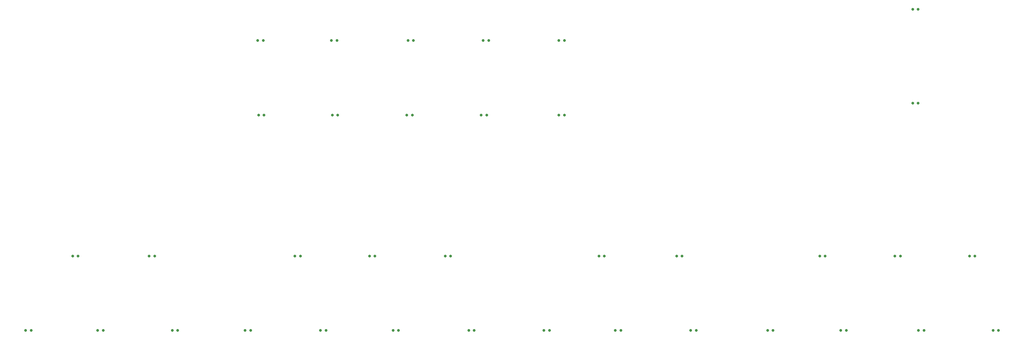
<source format=gbr>
%TF.GenerationSoftware,KiCad,Pcbnew,9.0.6+dfsg-1*%
%TF.CreationDate,2025-12-17T11:12:38+09:00*%
%TF.ProjectId,minimidi,6d696e69-6d69-4646-992e-6b696361645f,rev?*%
%TF.SameCoordinates,Original*%
%TF.FileFunction,Paste,Top*%
%TF.FilePolarity,Positive*%
%FSLAX46Y46*%
G04 Gerber Fmt 4.6, Leading zero omitted, Abs format (unit mm)*
G04 Created by KiCad (PCBNEW 9.0.6+dfsg-1) date 2025-12-17 11:12:38*
%MOMM*%
%LPD*%
G01*
G04 APERTURE LIST*
G04 Aperture macros list*
%AMRoundRect*
0 Rectangle with rounded corners*
0 $1 Rounding radius*
0 $2 $3 $4 $5 $6 $7 $8 $9 X,Y pos of 4 corners*
0 Add a 4 corners polygon primitive as box body*
4,1,4,$2,$3,$4,$5,$6,$7,$8,$9,$2,$3,0*
0 Add four circle primitives for the rounded corners*
1,1,$1+$1,$2,$3*
1,1,$1+$1,$4,$5*
1,1,$1+$1,$6,$7*
1,1,$1+$1,$8,$9*
0 Add four rect primitives between the rounded corners*
20,1,$1+$1,$2,$3,$4,$5,0*
20,1,$1+$1,$4,$5,$6,$7,0*
20,1,$1+$1,$6,$7,$8,$9,0*
20,1,$1+$1,$8,$9,$2,$3,0*%
G04 Aperture macros list end*
%ADD10RoundRect,0.150000X-0.150000X-0.200000X0.150000X-0.200000X0.150000X0.200000X-0.150000X0.200000X0*%
%ADD11RoundRect,0.150000X0.150000X0.200000X-0.150000X0.200000X-0.150000X-0.200000X0.150000X-0.200000X0*%
G04 APERTURE END LIST*
D10*
%TO.C,D21*%
X244200000Y-107500000D03*
X242800000Y-107500000D03*
%TD*%
%TO.C,D3*%
X91200000Y-107500000D03*
X89800000Y-107500000D03*
%TD*%
%TO.C,D22*%
X250200000Y-126500000D03*
X248800000Y-126500000D03*
%TD*%
D11*
%TO.C,D29*%
X99300000Y-71500000D03*
X100700000Y-71500000D03*
%TD*%
%TO.C,D35*%
X157100000Y-71500000D03*
X158500000Y-71500000D03*
%TD*%
D10*
%TO.C,D5*%
X129500000Y-107500000D03*
X128100000Y-107500000D03*
%TD*%
%TO.C,D25*%
X248700000Y-44500000D03*
X247300000Y-44500000D03*
%TD*%
%TO.C,D15*%
X172900000Y-126500000D03*
X171500000Y-126500000D03*
%TD*%
%TO.C,D17*%
X192100000Y-126500000D03*
X190700000Y-126500000D03*
%TD*%
D11*
%TO.C,D30*%
X99100000Y-52500000D03*
X100500000Y-52500000D03*
%TD*%
D10*
%TO.C,D24*%
X269200000Y-126500000D03*
X267800000Y-126500000D03*
%TD*%
%TO.C,D4*%
X110200000Y-107500000D03*
X108800000Y-107500000D03*
%TD*%
D11*
%TO.C,D34*%
X137800000Y-52500000D03*
X139200000Y-52500000D03*
%TD*%
D10*
%TO.C,D26*%
X248700000Y-68500000D03*
X247300000Y-68500000D03*
%TD*%
%TO.C,D19*%
X225000000Y-107500000D03*
X223600000Y-107500000D03*
%TD*%
%TO.C,D6*%
X22500000Y-126500000D03*
X21100000Y-126500000D03*
%TD*%
D11*
%TO.C,D36*%
X157100000Y-52500000D03*
X158500000Y-52500000D03*
%TD*%
D10*
%TO.C,D10*%
X97700000Y-126500000D03*
X96300000Y-126500000D03*
%TD*%
D11*
%TO.C,D28*%
X80300000Y-52500000D03*
X81700000Y-52500000D03*
%TD*%
D10*
%TO.C,D2*%
X54000000Y-107500000D03*
X52600000Y-107500000D03*
%TD*%
%TO.C,D12*%
X135500000Y-126500000D03*
X134100000Y-126500000D03*
%TD*%
%TO.C,D20*%
X230400000Y-126500000D03*
X229000000Y-126500000D03*
%TD*%
D11*
%TO.C,D31*%
X118600000Y-52500000D03*
X120000000Y-52500000D03*
%TD*%
D10*
%TO.C,D23*%
X263200000Y-107500000D03*
X261800000Y-107500000D03*
%TD*%
%TO.C,D18*%
X211700000Y-126500000D03*
X210300000Y-126500000D03*
%TD*%
D11*
%TO.C,D33*%
X137300000Y-71500000D03*
X138700000Y-71500000D03*
%TD*%
%TO.C,D32*%
X118300000Y-71500000D03*
X119700000Y-71500000D03*
%TD*%
D10*
%TO.C,D11*%
X116200000Y-126500000D03*
X114800000Y-126500000D03*
%TD*%
%TO.C,D13*%
X154700000Y-126500000D03*
X153300000Y-126500000D03*
%TD*%
%TO.C,D9*%
X78500000Y-126500000D03*
X77100000Y-126500000D03*
%TD*%
%TO.C,D14*%
X168700000Y-107500000D03*
X167300000Y-107500000D03*
%TD*%
D11*
%TO.C,D27*%
X80500000Y-71500000D03*
X81900000Y-71500000D03*
%TD*%
D10*
%TO.C,D16*%
X188500000Y-107500000D03*
X187100000Y-107500000D03*
%TD*%
%TO.C,D8*%
X59900000Y-126500000D03*
X58500000Y-126500000D03*
%TD*%
%TO.C,D1*%
X34500000Y-107500000D03*
X33100000Y-107500000D03*
%TD*%
%TO.C,D7*%
X40900000Y-126500000D03*
X39500000Y-126500000D03*
%TD*%
M02*

</source>
